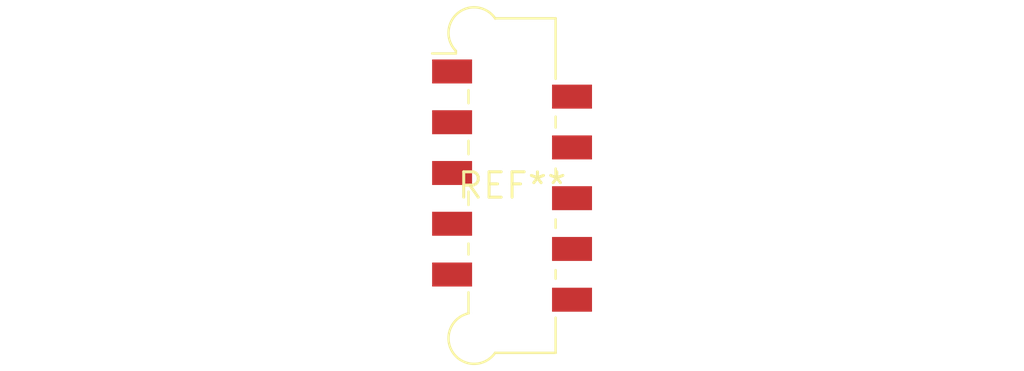
<source format=kicad_pcb>
(kicad_pcb (version 20240108) (generator pcbnew)
  (layers (0 "F.Cu" signal) (31 "B.Cu" signal) (34 "B.Paste" user) (35 "F.Paste" user) (36 "B.SilkS" user "B.Silkscreen") (37 "F.SilkS" user "F.Silkscreen") (38 "B.Mask" user) (39 "F.Mask" user) (44 "Edge.Cuts" user))
  (net 0 "")
  (footprint "Molex_Picoflex_90814-0010_2x05_P1.27mm_Vertical" (layer "F.Cu") (at 0 0)
    (property "Reference" "REF**")
    (property "Value" "Molex_Picoflex_90814-0010_2x05_P1.27mm_Vertical")
    (fp_line (start -2.81 -6.74) (end -2.81 -6.61) (layer "F.SilkS") (stroke (width 0.12)))
    (fp_line (start -2.81 -6.61) (end -4 -6.61) (layer "F.SilkS") (stroke (width 0.12)))
    (fp_line (start -2.18 -4.12) (end -2.18 -4.77) (layer "F.SilkS") (stroke (width 0.12)))
    (fp_line (start -2.18 -1.57) (end -2.18 -2.24) (layer "F.SilkS") (stroke (width 0.12)))
    (fp_line (start -2.18 0.97) (end -2.18 0.3) (layer "F.SilkS") (stroke (width 0.12)))
    (fp_line (start -2.18 3.45) (end -2.18 2.9) (layer "F.SilkS") (stroke (width 0.12)))
    (fp_line (start -2.18 6.39) (end -2.18 5.34) (layer "F.SilkS") (stroke (width 0.12)))
    (fp_line (start 2.18 -8.37) (end -0.82 -8.37) (layer "F.SilkS") (stroke (width 0.12)))
    (fp_line (start 2.18 -8.37) (end 2.18 -5.34) (layer "F.SilkS") (stroke (width 0.12)))
    (fp_line (start 2.18 -3.45) (end 2.18 -2.9) (layer "F.SilkS") (stroke (width 0.12)))
    (fp_line (start 2.18 -0.85) (end 2.18 -0.42) (layer "F.SilkS") (stroke (width 0.12)))
    (fp_line (start 2.18 1.69) (end 2.18 2.12) (layer "F.SilkS") (stroke (width 0.12)))
    (fp_line (start 2.18 4.23) (end 2.18 4.66) (layer "F.SilkS") (stroke (width 0.12)))
    (fp_line (start 2.18 6.61) (end 2.18 8.37) (layer "F.SilkS") (stroke (width 0.12)))
    (fp_line (start 2.18 8.37) (end -0.85 8.37) (layer "F.SilkS") (stroke (width 0.12)))
    (fp_arc (start -2.81 -6.74) (mid -2.708637 -8.632072) (end -0.834991 -8.349828) (layer "F.SilkS") (stroke (width 0.12)))
    (fp_arc (start -0.85 8.37) (mid -2.962791 8.351248) (end -2.174424 6.390964) (layer "F.SilkS") (stroke (width 0.12)))
    (pad "" np_thru_hole circle (at -1.9 -7.64) (size 1.9 1.9) (drill 1.9) (layers *.Cu *.Mask))
    (pad "" np_thru_hole circle (at -1.9 7.64) (size 1.9 1.9) (drill 1.9) (layers *.Cu *.Mask))
    (pad "1" smd rect (at -3 -5.71) (size 2 1.2) (layers "F.Cu" "F.Paste" "F.Mask"))
    (pad "2" smd rect (at 3 -4.45) (size 2 1.2) (layers "F.Cu" "F.Paste" "F.Mask"))
    (pad "3" smd rect (at -3 -3.17) (size 2 1.2) (layers "F.Cu" "F.Paste" "F.Mask"))
    (pad "4" smd rect (at 3 -1.91) (size 2 1.2) (layers "F.Cu" "F.Paste" "F.Mask"))
    (pad "5" smd rect (at -3 -0.63) (size 2 1.2) (layers "F.Cu" "F.Paste" "F.Mask"))
    (pad "6" smd rect (at 3 0.63) (size 2 1.2) (layers "F.Cu" "F.Paste" "F.Mask"))
    (pad "7" smd rect (at -3 1.91) (size 2 1.2) (layers "F.Cu" "F.Paste" "F.Mask"))
    (pad "8" smd rect (at 3 3.17) (size 2 1.2) (layers "F.Cu" "F.Paste" "F.Mask"))
    (pad "9" smd rect (at -3 4.45) (size 2 1.2) (layers "F.Cu" "F.Paste" "F.Mask"))
    (pad "10" smd rect (at 3 5.71) (size 2 1.2) (layers "F.Cu" "F.Paste" "F.Mask"))
  )
)
</source>
